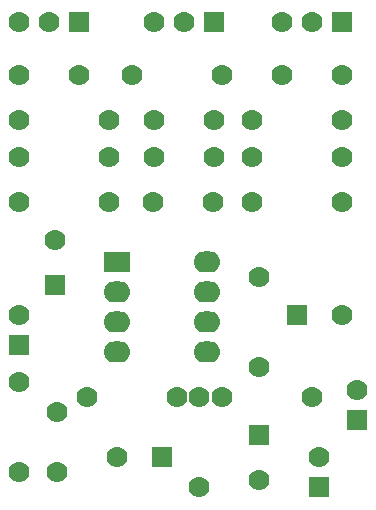
<source format=gts>
%FSLAX46Y46*%
G04 Gerber Fmt 4.6, Leading zero omitted, Abs format (unit mm)*
G04 Created by KiCad (PCBNEW (2014-08-26 BZR 5101)-product) date 01/09/2014 19:15:49*
%MOMM*%
G01*
G04 APERTURE LIST*
%ADD10C,0.100000*%
%ADD11C,1.778000*%
%ADD12R,1.778000X1.778000*%
%ADD13R,2.286000X1.778000*%
%ADD14O,2.286000X1.778000*%
G04 APERTURE END LIST*
D10*
D11*
X120015000Y-120015000D03*
X120015000Y-114935000D03*
D12*
X119888000Y-104140000D03*
D11*
X119888000Y-100330000D03*
X128270000Y-90170000D03*
X133350000Y-90170000D03*
X128270000Y-93345000D03*
X133350000Y-93345000D03*
X139065000Y-86360000D03*
X144145000Y-86360000D03*
X116840000Y-86360000D03*
X121920000Y-86360000D03*
D12*
X140335000Y-106680000D03*
D11*
X144145000Y-106680000D03*
D12*
X128905000Y-118745000D03*
D11*
X125095000Y-118745000D03*
D12*
X137160000Y-116840000D03*
D11*
X137160000Y-120650000D03*
D12*
X116840000Y-109220000D03*
D11*
X116840000Y-106680000D03*
D12*
X145415000Y-115570000D03*
D11*
X145415000Y-113030000D03*
D12*
X142240000Y-121285000D03*
D11*
X142240000Y-118745000D03*
X116840000Y-120015000D03*
X116840000Y-112395000D03*
X130175000Y-113665000D03*
X122555000Y-113665000D03*
X124460000Y-90170000D03*
X116840000Y-90170000D03*
X124460000Y-93345000D03*
X116840000Y-93345000D03*
X116840000Y-97155000D03*
X124460000Y-97155000D03*
X133985000Y-86360000D03*
X126365000Y-86360000D03*
X144145000Y-90170000D03*
X136525000Y-90170000D03*
X144145000Y-93345000D03*
X136525000Y-93345000D03*
X144145000Y-97155000D03*
X136525000Y-97155000D03*
X137160000Y-111125000D03*
X137160000Y-103505000D03*
X133985000Y-113665000D03*
X141605000Y-113665000D03*
X132080000Y-121285000D03*
X132080000Y-113665000D03*
D12*
X144145000Y-81915000D03*
D11*
X141605000Y-81915000D03*
X139065000Y-81915000D03*
D12*
X133350000Y-81915000D03*
D11*
X130810000Y-81915000D03*
X128270000Y-81915000D03*
D12*
X121920000Y-81915000D03*
D11*
X119380000Y-81915000D03*
X116840000Y-81915000D03*
D13*
X125095000Y-102235000D03*
D14*
X125095000Y-104775000D03*
X125095000Y-107315000D03*
X125095000Y-109855000D03*
X132715000Y-109855000D03*
X132715000Y-107315000D03*
X132715000Y-104775000D03*
X132715000Y-102235000D03*
D11*
X128143000Y-97155000D03*
X133223000Y-97155000D03*
M02*

</source>
